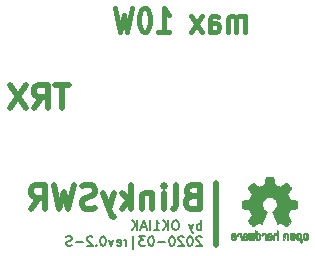
<source format=gbo>
G04 #@! TF.GenerationSoftware,KiCad,Pcbnew,5.1.5+dfsg1-2*
G04 #@! TF.CreationDate,2020-03-14T19:30:30+01:00*
G04 #@! TF.ProjectId,BlinkySWR-0.2-S,426c696e-6b79-4535-9752-2d302e322d53,rev?*
G04 #@! TF.SameCoordinates,Original*
G04 #@! TF.FileFunction,Legend,Bot*
G04 #@! TF.FilePolarity,Positive*
%FSLAX46Y46*%
G04 Gerber Fmt 4.6, Leading zero omitted, Abs format (unit mm)*
G04 Created by KiCad (PCBNEW 5.1.5+dfsg1-2) date 2020-03-14 19:30:30*
%MOMM*%
%LPD*%
G04 APERTURE LIST*
%ADD10C,0.400000*%
%ADD11C,0.500000*%
%ADD12C,0.150000*%
%ADD13C,0.010000*%
G04 APERTURE END LIST*
D10*
X29423809Y11095238D02*
X29423809Y12428571D01*
X29423809Y12238095D02*
X29342857Y12333333D01*
X29180952Y12428571D01*
X28938095Y12428571D01*
X28776190Y12333333D01*
X28695238Y12142857D01*
X28695238Y11095238D01*
X28695238Y12142857D02*
X28614285Y12333333D01*
X28452380Y12428571D01*
X28209523Y12428571D01*
X28047619Y12333333D01*
X27966666Y12142857D01*
X27966666Y11095238D01*
X26428571Y11095238D02*
X26428571Y12142857D01*
X26509523Y12333333D01*
X26671428Y12428571D01*
X26995238Y12428571D01*
X27157142Y12333333D01*
X26428571Y11190476D02*
X26590476Y11095238D01*
X26995238Y11095238D01*
X27157142Y11190476D01*
X27238095Y11380952D01*
X27238095Y11571428D01*
X27157142Y11761904D01*
X26995238Y11857142D01*
X26590476Y11857142D01*
X26428571Y11952380D01*
X25780952Y11095238D02*
X24890476Y12428571D01*
X25780952Y12428571D02*
X24890476Y11095238D01*
X22057142Y11095238D02*
X23028571Y11095238D01*
X22542857Y11095238D02*
X22542857Y13095238D01*
X22704761Y12809523D01*
X22866666Y12619047D01*
X23028571Y12523809D01*
X21004761Y13095238D02*
X20842857Y13095238D01*
X20680952Y13000000D01*
X20600000Y12904761D01*
X20519047Y12714285D01*
X20438095Y12333333D01*
X20438095Y11857142D01*
X20519047Y11476190D01*
X20600000Y11285714D01*
X20680952Y11190476D01*
X20842857Y11095238D01*
X21004761Y11095238D01*
X21166666Y11190476D01*
X21247619Y11285714D01*
X21328571Y11476190D01*
X21409523Y11857142D01*
X21409523Y12333333D01*
X21328571Y12714285D01*
X21247619Y12904761D01*
X21166666Y13000000D01*
X21004761Y13095238D01*
X19871428Y13095238D02*
X19466666Y11095238D01*
X19142857Y12523809D01*
X18819047Y11095238D01*
X18414285Y13095238D01*
D11*
X27000000Y-7000000D02*
X27000000Y-1750000D01*
X14523809Y6595238D02*
X13380952Y6595238D01*
X13952380Y4595238D02*
X13952380Y6595238D01*
X11571428Y4595238D02*
X12238095Y5547619D01*
X12714285Y4595238D02*
X12714285Y6595238D01*
X11952380Y6595238D01*
X11761904Y6500000D01*
X11666666Y6404761D01*
X11571428Y6214285D01*
X11571428Y5928571D01*
X11666666Y5738095D01*
X11761904Y5642857D01*
X11952380Y5547619D01*
X12714285Y5547619D01*
X10904761Y6595238D02*
X9571428Y4595238D01*
X9571428Y6595238D02*
X10904761Y4595238D01*
D12*
X25712023Y-5686904D02*
X25712023Y-4886904D01*
X25712023Y-5191666D02*
X25635833Y-5153571D01*
X25483452Y-5153571D01*
X25407261Y-5191666D01*
X25369166Y-5229761D01*
X25331071Y-5305952D01*
X25331071Y-5534523D01*
X25369166Y-5610714D01*
X25407261Y-5648809D01*
X25483452Y-5686904D01*
X25635833Y-5686904D01*
X25712023Y-5648809D01*
X25064404Y-5153571D02*
X24873928Y-5686904D01*
X24683452Y-5153571D02*
X24873928Y-5686904D01*
X24950119Y-5877380D01*
X24988214Y-5915476D01*
X25064404Y-5953571D01*
X23616785Y-4886904D02*
X23464404Y-4886904D01*
X23388214Y-4925000D01*
X23312023Y-5001190D01*
X23273928Y-5153571D01*
X23273928Y-5420238D01*
X23312023Y-5572619D01*
X23388214Y-5648809D01*
X23464404Y-5686904D01*
X23616785Y-5686904D01*
X23692976Y-5648809D01*
X23769166Y-5572619D01*
X23807261Y-5420238D01*
X23807261Y-5153571D01*
X23769166Y-5001190D01*
X23692976Y-4925000D01*
X23616785Y-4886904D01*
X22931071Y-5686904D02*
X22931071Y-4886904D01*
X22473928Y-5686904D02*
X22816785Y-5229761D01*
X22473928Y-4886904D02*
X22931071Y-5344047D01*
X21712023Y-5686904D02*
X22169166Y-5686904D01*
X21940595Y-5686904D02*
X21940595Y-4886904D01*
X22016785Y-5001190D01*
X22092976Y-5077380D01*
X22169166Y-5115476D01*
X21369166Y-5686904D02*
X21369166Y-4886904D01*
X21026309Y-5458333D02*
X20645357Y-5458333D01*
X21102500Y-5686904D02*
X20835833Y-4886904D01*
X20569166Y-5686904D01*
X20302500Y-5686904D02*
X20302500Y-4886904D01*
X19845357Y-5686904D02*
X20188214Y-5229761D01*
X19845357Y-4886904D02*
X20302500Y-5344047D01*
X25750119Y-6313095D02*
X25712023Y-6275000D01*
X25635833Y-6236904D01*
X25445357Y-6236904D01*
X25369166Y-6275000D01*
X25331071Y-6313095D01*
X25292976Y-6389285D01*
X25292976Y-6465476D01*
X25331071Y-6579761D01*
X25788214Y-7036904D01*
X25292976Y-7036904D01*
X24797738Y-6236904D02*
X24721547Y-6236904D01*
X24645357Y-6275000D01*
X24607261Y-6313095D01*
X24569166Y-6389285D01*
X24531071Y-6541666D01*
X24531071Y-6732142D01*
X24569166Y-6884523D01*
X24607261Y-6960714D01*
X24645357Y-6998809D01*
X24721547Y-7036904D01*
X24797738Y-7036904D01*
X24873928Y-6998809D01*
X24912023Y-6960714D01*
X24950119Y-6884523D01*
X24988214Y-6732142D01*
X24988214Y-6541666D01*
X24950119Y-6389285D01*
X24912023Y-6313095D01*
X24873928Y-6275000D01*
X24797738Y-6236904D01*
X24226309Y-6313095D02*
X24188214Y-6275000D01*
X24112023Y-6236904D01*
X23921547Y-6236904D01*
X23845357Y-6275000D01*
X23807261Y-6313095D01*
X23769166Y-6389285D01*
X23769166Y-6465476D01*
X23807261Y-6579761D01*
X24264404Y-7036904D01*
X23769166Y-7036904D01*
X23273928Y-6236904D02*
X23197738Y-6236904D01*
X23121547Y-6275000D01*
X23083452Y-6313095D01*
X23045357Y-6389285D01*
X23007261Y-6541666D01*
X23007261Y-6732142D01*
X23045357Y-6884523D01*
X23083452Y-6960714D01*
X23121547Y-6998809D01*
X23197738Y-7036904D01*
X23273928Y-7036904D01*
X23350119Y-6998809D01*
X23388214Y-6960714D01*
X23426309Y-6884523D01*
X23464404Y-6732142D01*
X23464404Y-6541666D01*
X23426309Y-6389285D01*
X23388214Y-6313095D01*
X23350119Y-6275000D01*
X23273928Y-6236904D01*
X22664404Y-6732142D02*
X22054880Y-6732142D01*
X21521547Y-6236904D02*
X21445357Y-6236904D01*
X21369166Y-6275000D01*
X21331071Y-6313095D01*
X21292976Y-6389285D01*
X21254880Y-6541666D01*
X21254880Y-6732142D01*
X21292976Y-6884523D01*
X21331071Y-6960714D01*
X21369166Y-6998809D01*
X21445357Y-7036904D01*
X21521547Y-7036904D01*
X21597738Y-6998809D01*
X21635833Y-6960714D01*
X21673928Y-6884523D01*
X21712023Y-6732142D01*
X21712023Y-6541666D01*
X21673928Y-6389285D01*
X21635833Y-6313095D01*
X21597738Y-6275000D01*
X21521547Y-6236904D01*
X20988214Y-6236904D02*
X20492976Y-6236904D01*
X20759642Y-6541666D01*
X20645357Y-6541666D01*
X20569166Y-6579761D01*
X20531071Y-6617857D01*
X20492976Y-6694047D01*
X20492976Y-6884523D01*
X20531071Y-6960714D01*
X20569166Y-6998809D01*
X20645357Y-7036904D01*
X20873928Y-7036904D01*
X20950119Y-6998809D01*
X20988214Y-6960714D01*
X19959642Y-7303571D02*
X19959642Y-6160714D01*
X19388214Y-7036904D02*
X19388214Y-6503571D01*
X19388214Y-6655952D02*
X19350119Y-6579761D01*
X19312023Y-6541666D01*
X19235833Y-6503571D01*
X19159642Y-6503571D01*
X18588214Y-6998809D02*
X18664404Y-7036904D01*
X18816785Y-7036904D01*
X18892976Y-6998809D01*
X18931071Y-6922619D01*
X18931071Y-6617857D01*
X18892976Y-6541666D01*
X18816785Y-6503571D01*
X18664404Y-6503571D01*
X18588214Y-6541666D01*
X18550119Y-6617857D01*
X18550119Y-6694047D01*
X18931071Y-6770238D01*
X18283452Y-6503571D02*
X18092976Y-7036904D01*
X17902500Y-6503571D01*
X17445357Y-6236904D02*
X17369166Y-6236904D01*
X17292976Y-6275000D01*
X17254880Y-6313095D01*
X17216785Y-6389285D01*
X17178690Y-6541666D01*
X17178690Y-6732142D01*
X17216785Y-6884523D01*
X17254880Y-6960714D01*
X17292976Y-6998809D01*
X17369166Y-7036904D01*
X17445357Y-7036904D01*
X17521547Y-6998809D01*
X17559642Y-6960714D01*
X17597738Y-6884523D01*
X17635833Y-6732142D01*
X17635833Y-6541666D01*
X17597738Y-6389285D01*
X17559642Y-6313095D01*
X17521547Y-6275000D01*
X17445357Y-6236904D01*
X16835833Y-6960714D02*
X16797738Y-6998809D01*
X16835833Y-7036904D01*
X16873928Y-6998809D01*
X16835833Y-6960714D01*
X16835833Y-7036904D01*
X16492976Y-6313095D02*
X16454880Y-6275000D01*
X16378690Y-6236904D01*
X16188214Y-6236904D01*
X16112023Y-6275000D01*
X16073928Y-6313095D01*
X16035833Y-6389285D01*
X16035833Y-6465476D01*
X16073928Y-6579761D01*
X16531071Y-7036904D01*
X16035833Y-7036904D01*
X15692976Y-6732142D02*
X15083452Y-6732142D01*
X14740595Y-6998809D02*
X14626309Y-7036904D01*
X14435833Y-7036904D01*
X14359642Y-6998809D01*
X14321547Y-6960714D01*
X14283452Y-6884523D01*
X14283452Y-6808333D01*
X14321547Y-6732142D01*
X14359642Y-6694047D01*
X14435833Y-6655952D01*
X14588214Y-6617857D01*
X14664404Y-6579761D01*
X14702500Y-6541666D01*
X14740595Y-6465476D01*
X14740595Y-6389285D01*
X14702500Y-6313095D01*
X14664404Y-6275000D01*
X14588214Y-6236904D01*
X14397738Y-6236904D01*
X14283452Y-6275000D01*
D11*
X24928571Y-2857142D02*
X24642857Y-2952380D01*
X24547619Y-3047619D01*
X24452380Y-3238095D01*
X24452380Y-3523809D01*
X24547619Y-3714285D01*
X24642857Y-3809523D01*
X24833333Y-3904761D01*
X25595238Y-3904761D01*
X25595238Y-1904761D01*
X24928571Y-1904761D01*
X24738095Y-2000000D01*
X24642857Y-2095238D01*
X24547619Y-2285714D01*
X24547619Y-2476190D01*
X24642857Y-2666666D01*
X24738095Y-2761904D01*
X24928571Y-2857142D01*
X25595238Y-2857142D01*
X23309523Y-3904761D02*
X23500000Y-3809523D01*
X23595238Y-3619047D01*
X23595238Y-1904761D01*
X22547619Y-3904761D02*
X22547619Y-2571428D01*
X22547619Y-1904761D02*
X22642857Y-2000000D01*
X22547619Y-2095238D01*
X22452380Y-2000000D01*
X22547619Y-1904761D01*
X22547619Y-2095238D01*
X21595238Y-2571428D02*
X21595238Y-3904761D01*
X21595238Y-2761904D02*
X21500000Y-2666666D01*
X21309523Y-2571428D01*
X21023809Y-2571428D01*
X20833333Y-2666666D01*
X20738095Y-2857142D01*
X20738095Y-3904761D01*
X19785714Y-3904761D02*
X19785714Y-1904761D01*
X19595238Y-3142857D02*
X19023809Y-3904761D01*
X19023809Y-2571428D02*
X19785714Y-3333333D01*
X18357142Y-2571428D02*
X17880952Y-3904761D01*
X17404761Y-2571428D02*
X17880952Y-3904761D01*
X18071428Y-4380952D01*
X18166666Y-4476190D01*
X18357142Y-4571428D01*
X16738095Y-3809523D02*
X16452380Y-3904761D01*
X15976190Y-3904761D01*
X15785714Y-3809523D01*
X15690476Y-3714285D01*
X15595238Y-3523809D01*
X15595238Y-3333333D01*
X15690476Y-3142857D01*
X15785714Y-3047619D01*
X15976190Y-2952380D01*
X16357142Y-2857142D01*
X16547619Y-2761904D01*
X16642857Y-2666666D01*
X16738095Y-2476190D01*
X16738095Y-2285714D01*
X16642857Y-2095238D01*
X16547619Y-2000000D01*
X16357142Y-1904761D01*
X15880952Y-1904761D01*
X15595238Y-2000000D01*
X14928571Y-1904761D02*
X14452380Y-3904761D01*
X14071428Y-2476190D01*
X13690476Y-3904761D01*
X13214285Y-1904761D01*
X11309523Y-3904761D02*
X11976190Y-2952380D01*
X12452380Y-3904761D02*
X12452380Y-1904761D01*
X11690476Y-1904761D01*
X11500000Y-2000000D01*
X11404761Y-2095238D01*
X11309523Y-2285714D01*
X11309523Y-2571428D01*
X11404761Y-2761904D01*
X11500000Y-2857142D01*
X11690476Y-2952380D01*
X12452380Y-2952380D01*
D13*
G36*
X31396090Y-1242348D02*
G01*
X31317546Y-1242778D01*
X31260702Y-1243942D01*
X31221895Y-1246207D01*
X31197462Y-1249940D01*
X31183738Y-1255506D01*
X31177060Y-1263273D01*
X31173764Y-1273605D01*
X31173444Y-1274943D01*
X31168438Y-1299079D01*
X31159171Y-1346701D01*
X31146608Y-1412741D01*
X31131713Y-1492128D01*
X31115449Y-1579796D01*
X31114881Y-1582875D01*
X31098590Y-1668789D01*
X31083348Y-1744696D01*
X31070139Y-1806045D01*
X31059946Y-1848282D01*
X31053752Y-1866855D01*
X31053457Y-1867184D01*
X31035212Y-1876253D01*
X30997595Y-1891367D01*
X30948729Y-1909262D01*
X30948457Y-1909358D01*
X30886907Y-1932493D01*
X30814343Y-1961965D01*
X30745943Y-1991597D01*
X30742706Y-1993062D01*
X30631298Y-2043626D01*
X30384601Y-1875160D01*
X30308923Y-1823803D01*
X30240369Y-1777889D01*
X30182912Y-1740030D01*
X30140524Y-1712837D01*
X30117175Y-1698921D01*
X30114958Y-1697889D01*
X30097990Y-1702484D01*
X30066299Y-1724655D01*
X30018648Y-1765447D01*
X29953802Y-1825905D01*
X29887603Y-1890227D01*
X29823786Y-1953612D01*
X29766671Y-2011451D01*
X29719695Y-2060175D01*
X29686297Y-2096210D01*
X29669915Y-2115984D01*
X29669306Y-2117002D01*
X29667495Y-2130572D01*
X29674317Y-2152733D01*
X29691460Y-2186478D01*
X29720607Y-2234800D01*
X29763445Y-2300692D01*
X29820552Y-2385517D01*
X29871234Y-2460177D01*
X29916539Y-2527140D01*
X29953850Y-2582516D01*
X29980548Y-2622420D01*
X29994015Y-2642962D01*
X29994863Y-2644356D01*
X29993219Y-2664038D01*
X29980755Y-2702293D01*
X29959952Y-2751889D01*
X29952538Y-2767728D01*
X29920186Y-2838290D01*
X29885672Y-2918353D01*
X29857635Y-2987629D01*
X29837432Y-3039045D01*
X29821385Y-3078119D01*
X29812112Y-3098541D01*
X29810959Y-3100114D01*
X29793904Y-3102721D01*
X29753702Y-3109863D01*
X29695698Y-3120523D01*
X29625237Y-3133685D01*
X29547665Y-3148333D01*
X29468328Y-3163449D01*
X29392569Y-3178018D01*
X29325736Y-3191022D01*
X29273172Y-3201445D01*
X29240224Y-3208270D01*
X29232143Y-3210199D01*
X29223795Y-3214962D01*
X29217494Y-3225718D01*
X29212955Y-3246098D01*
X29209896Y-3279734D01*
X29208033Y-3330255D01*
X29207082Y-3401292D01*
X29206760Y-3496476D01*
X29206743Y-3535492D01*
X29206743Y-3852799D01*
X29282943Y-3867839D01*
X29325337Y-3875995D01*
X29388600Y-3887899D01*
X29465038Y-3902116D01*
X29546957Y-3917210D01*
X29569600Y-3921355D01*
X29645194Y-3936053D01*
X29711047Y-3950505D01*
X29761634Y-3963375D01*
X29791426Y-3973322D01*
X29796388Y-3976287D01*
X29808574Y-3997283D01*
X29826047Y-4037967D01*
X29845423Y-4090322D01*
X29849266Y-4101600D01*
X29874661Y-4171523D01*
X29906183Y-4250418D01*
X29937031Y-4321266D01*
X29937183Y-4321595D01*
X29988553Y-4432733D01*
X29819601Y-4681253D01*
X29650648Y-4929772D01*
X29867571Y-5147058D01*
X29933181Y-5211726D01*
X29993021Y-5268733D01*
X30043733Y-5315033D01*
X30081954Y-5347584D01*
X30104325Y-5363343D01*
X30107534Y-5364343D01*
X30126374Y-5356469D01*
X30164820Y-5334578D01*
X30218670Y-5301267D01*
X30283724Y-5259131D01*
X30354060Y-5211943D01*
X30425445Y-5163810D01*
X30489092Y-5121928D01*
X30540959Y-5088871D01*
X30577005Y-5067218D01*
X30593133Y-5059543D01*
X30612811Y-5066037D01*
X30650125Y-5083150D01*
X30697379Y-5107326D01*
X30702388Y-5110013D01*
X30766023Y-5141927D01*
X30809659Y-5157579D01*
X30836798Y-5157745D01*
X30850943Y-5143204D01*
X30851025Y-5143000D01*
X30858095Y-5125779D01*
X30874958Y-5084899D01*
X30900305Y-5023525D01*
X30932829Y-4944819D01*
X30971222Y-4851947D01*
X31014178Y-4748072D01*
X31055778Y-4647502D01*
X31101496Y-4536516D01*
X31143474Y-4433703D01*
X31180452Y-4342215D01*
X31211173Y-4265201D01*
X31234378Y-4205815D01*
X31248810Y-4167209D01*
X31253257Y-4152800D01*
X31242104Y-4136272D01*
X31212931Y-4109930D01*
X31174029Y-4080887D01*
X31063243Y-3989039D01*
X30976649Y-3883759D01*
X30915284Y-3767266D01*
X30880185Y-3641776D01*
X30872392Y-3509507D01*
X30878057Y-3448457D01*
X30908922Y-3321795D01*
X30962080Y-3209941D01*
X31034233Y-3114001D01*
X31122083Y-3035076D01*
X31222335Y-2974270D01*
X31331690Y-2932687D01*
X31446853Y-2911428D01*
X31564525Y-2911599D01*
X31681410Y-2934301D01*
X31794211Y-2980638D01*
X31899631Y-3051713D01*
X31943632Y-3091911D01*
X32028021Y-3195129D01*
X32086778Y-3307925D01*
X32120296Y-3427010D01*
X32128965Y-3549095D01*
X32113177Y-3670893D01*
X32073322Y-3789116D01*
X32009793Y-3900475D01*
X31922979Y-4001684D01*
X31825971Y-4080887D01*
X31785563Y-4111162D01*
X31757018Y-4137219D01*
X31746743Y-4152825D01*
X31752123Y-4169843D01*
X31767425Y-4210500D01*
X31791388Y-4271642D01*
X31822756Y-4350119D01*
X31860268Y-4442780D01*
X31902667Y-4546472D01*
X31944337Y-4647526D01*
X31990310Y-4758607D01*
X32032893Y-4861541D01*
X32070779Y-4953165D01*
X32102660Y-5030316D01*
X32127229Y-5089831D01*
X32143180Y-5128544D01*
X32149090Y-5143000D01*
X32163052Y-5157685D01*
X32190060Y-5157642D01*
X32233587Y-5142099D01*
X32297110Y-5110284D01*
X32297612Y-5110013D01*
X32345440Y-5085323D01*
X32384103Y-5067338D01*
X32405905Y-5059614D01*
X32406867Y-5059543D01*
X32423279Y-5067378D01*
X32459513Y-5089165D01*
X32511526Y-5122328D01*
X32575275Y-5164291D01*
X32645940Y-5211943D01*
X32717884Y-5260191D01*
X32782726Y-5302151D01*
X32836265Y-5335227D01*
X32874303Y-5356821D01*
X32892467Y-5364343D01*
X32909192Y-5354457D01*
X32942820Y-5326826D01*
X32989990Y-5284495D01*
X33047342Y-5230505D01*
X33111516Y-5167899D01*
X33132503Y-5146983D01*
X33349501Y-4929623D01*
X33184332Y-4687220D01*
X33134136Y-4612781D01*
X33090081Y-4545972D01*
X33054638Y-4490665D01*
X33030281Y-4450729D01*
X33019478Y-4430036D01*
X33019162Y-4428563D01*
X33024857Y-4409058D01*
X33040174Y-4369822D01*
X33062463Y-4317430D01*
X33078107Y-4282355D01*
X33107359Y-4215201D01*
X33134906Y-4147358D01*
X33156263Y-4090034D01*
X33162065Y-4072572D01*
X33178548Y-4025938D01*
X33194660Y-3989905D01*
X33203510Y-3976287D01*
X33223040Y-3967952D01*
X33265666Y-3956137D01*
X33325855Y-3942181D01*
X33398078Y-3927422D01*
X33430400Y-3921355D01*
X33512478Y-3906273D01*
X33591205Y-3891669D01*
X33658891Y-3878980D01*
X33707840Y-3869642D01*
X33717057Y-3867839D01*
X33793257Y-3852799D01*
X33793257Y-3535492D01*
X33793086Y-3431154D01*
X33792384Y-3352213D01*
X33790866Y-3295038D01*
X33788251Y-3255999D01*
X33784254Y-3231465D01*
X33778591Y-3217805D01*
X33770980Y-3211389D01*
X33767857Y-3210199D01*
X33749022Y-3205980D01*
X33707412Y-3197562D01*
X33648370Y-3185961D01*
X33577243Y-3172195D01*
X33499375Y-3157280D01*
X33420113Y-3142232D01*
X33344802Y-3128069D01*
X33278787Y-3115806D01*
X33227413Y-3106461D01*
X33196025Y-3101050D01*
X33189041Y-3100114D01*
X33182715Y-3087596D01*
X33168710Y-3054246D01*
X33149645Y-3006377D01*
X33142366Y-2987629D01*
X33113004Y-2915195D01*
X33078429Y-2835170D01*
X33047463Y-2767728D01*
X33024677Y-2716159D01*
X33009518Y-2673785D01*
X33004458Y-2647834D01*
X33005264Y-2644356D01*
X33015959Y-2627936D01*
X33040380Y-2591417D01*
X33075905Y-2538687D01*
X33119913Y-2473635D01*
X33169783Y-2400151D01*
X33179644Y-2385645D01*
X33237508Y-2299704D01*
X33280044Y-2234261D01*
X33308946Y-2186304D01*
X33325910Y-2152820D01*
X33332633Y-2130795D01*
X33330810Y-2117217D01*
X33330764Y-2117131D01*
X33316414Y-2099297D01*
X33284677Y-2064817D01*
X33238990Y-2017268D01*
X33182796Y-1960222D01*
X33119532Y-1897255D01*
X33112398Y-1890227D01*
X33032670Y-1813020D01*
X32971143Y-1756330D01*
X32926579Y-1719110D01*
X32897743Y-1700315D01*
X32885042Y-1697889D01*
X32866506Y-1708471D01*
X32828039Y-1732916D01*
X32773614Y-1768612D01*
X32707202Y-1812947D01*
X32632775Y-1863311D01*
X32615399Y-1875160D01*
X32368703Y-2043626D01*
X32257294Y-1993062D01*
X32189543Y-1963595D01*
X32116817Y-1933959D01*
X32054297Y-1910330D01*
X32051543Y-1909358D01*
X32002640Y-1891457D01*
X31964943Y-1876320D01*
X31946575Y-1867210D01*
X31946544Y-1867184D01*
X31940715Y-1850717D01*
X31930808Y-1810219D01*
X31917805Y-1750242D01*
X31902691Y-1675340D01*
X31886448Y-1590064D01*
X31885119Y-1582875D01*
X31868825Y-1495014D01*
X31853867Y-1415260D01*
X31841209Y-1348681D01*
X31831814Y-1300347D01*
X31826646Y-1275325D01*
X31826556Y-1274943D01*
X31823411Y-1264299D01*
X31817296Y-1256262D01*
X31804547Y-1250467D01*
X31781500Y-1246547D01*
X31744491Y-1244135D01*
X31689856Y-1242865D01*
X31613933Y-1242371D01*
X31513056Y-1242286D01*
X31500000Y-1242286D01*
X31396090Y-1242348D01*
G37*
X31396090Y-1242348D02*
X31317546Y-1242778D01*
X31260702Y-1243942D01*
X31221895Y-1246207D01*
X31197462Y-1249940D01*
X31183738Y-1255506D01*
X31177060Y-1263273D01*
X31173764Y-1273605D01*
X31173444Y-1274943D01*
X31168438Y-1299079D01*
X31159171Y-1346701D01*
X31146608Y-1412741D01*
X31131713Y-1492128D01*
X31115449Y-1579796D01*
X31114881Y-1582875D01*
X31098590Y-1668789D01*
X31083348Y-1744696D01*
X31070139Y-1806045D01*
X31059946Y-1848282D01*
X31053752Y-1866855D01*
X31053457Y-1867184D01*
X31035212Y-1876253D01*
X30997595Y-1891367D01*
X30948729Y-1909262D01*
X30948457Y-1909358D01*
X30886907Y-1932493D01*
X30814343Y-1961965D01*
X30745943Y-1991597D01*
X30742706Y-1993062D01*
X30631298Y-2043626D01*
X30384601Y-1875160D01*
X30308923Y-1823803D01*
X30240369Y-1777889D01*
X30182912Y-1740030D01*
X30140524Y-1712837D01*
X30117175Y-1698921D01*
X30114958Y-1697889D01*
X30097990Y-1702484D01*
X30066299Y-1724655D01*
X30018648Y-1765447D01*
X29953802Y-1825905D01*
X29887603Y-1890227D01*
X29823786Y-1953612D01*
X29766671Y-2011451D01*
X29719695Y-2060175D01*
X29686297Y-2096210D01*
X29669915Y-2115984D01*
X29669306Y-2117002D01*
X29667495Y-2130572D01*
X29674317Y-2152733D01*
X29691460Y-2186478D01*
X29720607Y-2234800D01*
X29763445Y-2300692D01*
X29820552Y-2385517D01*
X29871234Y-2460177D01*
X29916539Y-2527140D01*
X29953850Y-2582516D01*
X29980548Y-2622420D01*
X29994015Y-2642962D01*
X29994863Y-2644356D01*
X29993219Y-2664038D01*
X29980755Y-2702293D01*
X29959952Y-2751889D01*
X29952538Y-2767728D01*
X29920186Y-2838290D01*
X29885672Y-2918353D01*
X29857635Y-2987629D01*
X29837432Y-3039045D01*
X29821385Y-3078119D01*
X29812112Y-3098541D01*
X29810959Y-3100114D01*
X29793904Y-3102721D01*
X29753702Y-3109863D01*
X29695698Y-3120523D01*
X29625237Y-3133685D01*
X29547665Y-3148333D01*
X29468328Y-3163449D01*
X29392569Y-3178018D01*
X29325736Y-3191022D01*
X29273172Y-3201445D01*
X29240224Y-3208270D01*
X29232143Y-3210199D01*
X29223795Y-3214962D01*
X29217494Y-3225718D01*
X29212955Y-3246098D01*
X29209896Y-3279734D01*
X29208033Y-3330255D01*
X29207082Y-3401292D01*
X29206760Y-3496476D01*
X29206743Y-3535492D01*
X29206743Y-3852799D01*
X29282943Y-3867839D01*
X29325337Y-3875995D01*
X29388600Y-3887899D01*
X29465038Y-3902116D01*
X29546957Y-3917210D01*
X29569600Y-3921355D01*
X29645194Y-3936053D01*
X29711047Y-3950505D01*
X29761634Y-3963375D01*
X29791426Y-3973322D01*
X29796388Y-3976287D01*
X29808574Y-3997283D01*
X29826047Y-4037967D01*
X29845423Y-4090322D01*
X29849266Y-4101600D01*
X29874661Y-4171523D01*
X29906183Y-4250418D01*
X29937031Y-4321266D01*
X29937183Y-4321595D01*
X29988553Y-4432733D01*
X29819601Y-4681253D01*
X29650648Y-4929772D01*
X29867571Y-5147058D01*
X29933181Y-5211726D01*
X29993021Y-5268733D01*
X30043733Y-5315033D01*
X30081954Y-5347584D01*
X30104325Y-5363343D01*
X30107534Y-5364343D01*
X30126374Y-5356469D01*
X30164820Y-5334578D01*
X30218670Y-5301267D01*
X30283724Y-5259131D01*
X30354060Y-5211943D01*
X30425445Y-5163810D01*
X30489092Y-5121928D01*
X30540959Y-5088871D01*
X30577005Y-5067218D01*
X30593133Y-5059543D01*
X30612811Y-5066037D01*
X30650125Y-5083150D01*
X30697379Y-5107326D01*
X30702388Y-5110013D01*
X30766023Y-5141927D01*
X30809659Y-5157579D01*
X30836798Y-5157745D01*
X30850943Y-5143204D01*
X30851025Y-5143000D01*
X30858095Y-5125779D01*
X30874958Y-5084899D01*
X30900305Y-5023525D01*
X30932829Y-4944819D01*
X30971222Y-4851947D01*
X31014178Y-4748072D01*
X31055778Y-4647502D01*
X31101496Y-4536516D01*
X31143474Y-4433703D01*
X31180452Y-4342215D01*
X31211173Y-4265201D01*
X31234378Y-4205815D01*
X31248810Y-4167209D01*
X31253257Y-4152800D01*
X31242104Y-4136272D01*
X31212931Y-4109930D01*
X31174029Y-4080887D01*
X31063243Y-3989039D01*
X30976649Y-3883759D01*
X30915284Y-3767266D01*
X30880185Y-3641776D01*
X30872392Y-3509507D01*
X30878057Y-3448457D01*
X30908922Y-3321795D01*
X30962080Y-3209941D01*
X31034233Y-3114001D01*
X31122083Y-3035076D01*
X31222335Y-2974270D01*
X31331690Y-2932687D01*
X31446853Y-2911428D01*
X31564525Y-2911599D01*
X31681410Y-2934301D01*
X31794211Y-2980638D01*
X31899631Y-3051713D01*
X31943632Y-3091911D01*
X32028021Y-3195129D01*
X32086778Y-3307925D01*
X32120296Y-3427010D01*
X32128965Y-3549095D01*
X32113177Y-3670893D01*
X32073322Y-3789116D01*
X32009793Y-3900475D01*
X31922979Y-4001684D01*
X31825971Y-4080887D01*
X31785563Y-4111162D01*
X31757018Y-4137219D01*
X31746743Y-4152825D01*
X31752123Y-4169843D01*
X31767425Y-4210500D01*
X31791388Y-4271642D01*
X31822756Y-4350119D01*
X31860268Y-4442780D01*
X31902667Y-4546472D01*
X31944337Y-4647526D01*
X31990310Y-4758607D01*
X32032893Y-4861541D01*
X32070779Y-4953165D01*
X32102660Y-5030316D01*
X32127229Y-5089831D01*
X32143180Y-5128544D01*
X32149090Y-5143000D01*
X32163052Y-5157685D01*
X32190060Y-5157642D01*
X32233587Y-5142099D01*
X32297110Y-5110284D01*
X32297612Y-5110013D01*
X32345440Y-5085323D01*
X32384103Y-5067338D01*
X32405905Y-5059614D01*
X32406867Y-5059543D01*
X32423279Y-5067378D01*
X32459513Y-5089165D01*
X32511526Y-5122328D01*
X32575275Y-5164291D01*
X32645940Y-5211943D01*
X32717884Y-5260191D01*
X32782726Y-5302151D01*
X32836265Y-5335227D01*
X32874303Y-5356821D01*
X32892467Y-5364343D01*
X32909192Y-5354457D01*
X32942820Y-5326826D01*
X32989990Y-5284495D01*
X33047342Y-5230505D01*
X33111516Y-5167899D01*
X33132503Y-5146983D01*
X33349501Y-4929623D01*
X33184332Y-4687220D01*
X33134136Y-4612781D01*
X33090081Y-4545972D01*
X33054638Y-4490665D01*
X33030281Y-4450729D01*
X33019478Y-4430036D01*
X33019162Y-4428563D01*
X33024857Y-4409058D01*
X33040174Y-4369822D01*
X33062463Y-4317430D01*
X33078107Y-4282355D01*
X33107359Y-4215201D01*
X33134906Y-4147358D01*
X33156263Y-4090034D01*
X33162065Y-4072572D01*
X33178548Y-4025938D01*
X33194660Y-3989905D01*
X33203510Y-3976287D01*
X33223040Y-3967952D01*
X33265666Y-3956137D01*
X33325855Y-3942181D01*
X33398078Y-3927422D01*
X33430400Y-3921355D01*
X33512478Y-3906273D01*
X33591205Y-3891669D01*
X33658891Y-3878980D01*
X33707840Y-3869642D01*
X33717057Y-3867839D01*
X33793257Y-3852799D01*
X33793257Y-3535492D01*
X33793086Y-3431154D01*
X33792384Y-3352213D01*
X33790866Y-3295038D01*
X33788251Y-3255999D01*
X33784254Y-3231465D01*
X33778591Y-3217805D01*
X33770980Y-3211389D01*
X33767857Y-3210199D01*
X33749022Y-3205980D01*
X33707412Y-3197562D01*
X33648370Y-3185961D01*
X33577243Y-3172195D01*
X33499375Y-3157280D01*
X33420113Y-3142232D01*
X33344802Y-3128069D01*
X33278787Y-3115806D01*
X33227413Y-3106461D01*
X33196025Y-3101050D01*
X33189041Y-3100114D01*
X33182715Y-3087596D01*
X33168710Y-3054246D01*
X33149645Y-3006377D01*
X33142366Y-2987629D01*
X33113004Y-2915195D01*
X33078429Y-2835170D01*
X33047463Y-2767728D01*
X33024677Y-2716159D01*
X33009518Y-2673785D01*
X33004458Y-2647834D01*
X33005264Y-2644356D01*
X33015959Y-2627936D01*
X33040380Y-2591417D01*
X33075905Y-2538687D01*
X33119913Y-2473635D01*
X33169783Y-2400151D01*
X33179644Y-2385645D01*
X33237508Y-2299704D01*
X33280044Y-2234261D01*
X33308946Y-2186304D01*
X33325910Y-2152820D01*
X33332633Y-2130795D01*
X33330810Y-2117217D01*
X33330764Y-2117131D01*
X33316414Y-2099297D01*
X33284677Y-2064817D01*
X33238990Y-2017268D01*
X33182796Y-1960222D01*
X33119532Y-1897255D01*
X33112398Y-1890227D01*
X33032670Y-1813020D01*
X32971143Y-1756330D01*
X32926579Y-1719110D01*
X32897743Y-1700315D01*
X32885042Y-1697889D01*
X32866506Y-1708471D01*
X32828039Y-1732916D01*
X32773614Y-1768612D01*
X32707202Y-1812947D01*
X32632775Y-1863311D01*
X32615399Y-1875160D01*
X32368703Y-2043626D01*
X32257294Y-1993062D01*
X32189543Y-1963595D01*
X32116817Y-1933959D01*
X32054297Y-1910330D01*
X32051543Y-1909358D01*
X32002640Y-1891457D01*
X31964943Y-1876320D01*
X31946575Y-1867210D01*
X31946544Y-1867184D01*
X31940715Y-1850717D01*
X31930808Y-1810219D01*
X31917805Y-1750242D01*
X31902691Y-1675340D01*
X31886448Y-1590064D01*
X31885119Y-1582875D01*
X31868825Y-1495014D01*
X31853867Y-1415260D01*
X31841209Y-1348681D01*
X31831814Y-1300347D01*
X31826646Y-1275325D01*
X31826556Y-1274943D01*
X31823411Y-1264299D01*
X31817296Y-1256262D01*
X31804547Y-1250467D01*
X31781500Y-1246547D01*
X31744491Y-1244135D01*
X31689856Y-1242865D01*
X31613933Y-1242371D01*
X31513056Y-1242286D01*
X31500000Y-1242286D01*
X31396090Y-1242348D01*
G36*
X28346405Y-5966966D02*
G01*
X28288979Y-6004497D01*
X28261281Y-6038096D01*
X28239338Y-6099064D01*
X28237595Y-6147308D01*
X28241543Y-6211816D01*
X28390314Y-6276934D01*
X28462651Y-6310202D01*
X28509916Y-6336964D01*
X28534493Y-6360144D01*
X28538763Y-6382667D01*
X28525111Y-6407455D01*
X28510057Y-6423886D01*
X28466254Y-6450235D01*
X28418611Y-6452081D01*
X28374855Y-6431546D01*
X28342711Y-6390752D01*
X28336962Y-6376347D01*
X28309424Y-6331356D01*
X28277742Y-6312182D01*
X28234286Y-6295779D01*
X28234286Y-6357966D01*
X28238128Y-6400283D01*
X28253177Y-6435969D01*
X28284720Y-6476943D01*
X28289408Y-6482267D01*
X28324494Y-6518720D01*
X28354653Y-6538283D01*
X28392385Y-6547283D01*
X28423665Y-6550230D01*
X28479615Y-6550965D01*
X28519445Y-6541660D01*
X28544292Y-6527846D01*
X28583344Y-6497467D01*
X28610375Y-6464613D01*
X28627483Y-6423294D01*
X28636762Y-6367521D01*
X28640307Y-6291305D01*
X28640590Y-6252622D01*
X28639628Y-6206247D01*
X28551993Y-6206247D01*
X28550977Y-6231126D01*
X28548444Y-6235200D01*
X28531726Y-6229665D01*
X28495751Y-6215017D01*
X28447669Y-6194190D01*
X28437614Y-6189714D01*
X28376848Y-6158814D01*
X28343368Y-6131657D01*
X28336010Y-6106220D01*
X28353609Y-6080481D01*
X28368144Y-6069109D01*
X28420590Y-6046364D01*
X28469678Y-6050122D01*
X28510773Y-6077884D01*
X28539242Y-6127152D01*
X28548369Y-6166257D01*
X28551993Y-6206247D01*
X28639628Y-6206247D01*
X28638715Y-6162249D01*
X28631804Y-6095384D01*
X28618116Y-6046695D01*
X28595904Y-6010849D01*
X28563426Y-5982513D01*
X28549267Y-5973355D01*
X28484947Y-5949507D01*
X28414527Y-5948006D01*
X28346405Y-5966966D01*
G37*
X28346405Y-5966966D02*
X28288979Y-6004497D01*
X28261281Y-6038096D01*
X28239338Y-6099064D01*
X28237595Y-6147308D01*
X28241543Y-6211816D01*
X28390314Y-6276934D01*
X28462651Y-6310202D01*
X28509916Y-6336964D01*
X28534493Y-6360144D01*
X28538763Y-6382667D01*
X28525111Y-6407455D01*
X28510057Y-6423886D01*
X28466254Y-6450235D01*
X28418611Y-6452081D01*
X28374855Y-6431546D01*
X28342711Y-6390752D01*
X28336962Y-6376347D01*
X28309424Y-6331356D01*
X28277742Y-6312182D01*
X28234286Y-6295779D01*
X28234286Y-6357966D01*
X28238128Y-6400283D01*
X28253177Y-6435969D01*
X28284720Y-6476943D01*
X28289408Y-6482267D01*
X28324494Y-6518720D01*
X28354653Y-6538283D01*
X28392385Y-6547283D01*
X28423665Y-6550230D01*
X28479615Y-6550965D01*
X28519445Y-6541660D01*
X28544292Y-6527846D01*
X28583344Y-6497467D01*
X28610375Y-6464613D01*
X28627483Y-6423294D01*
X28636762Y-6367521D01*
X28640307Y-6291305D01*
X28640590Y-6252622D01*
X28639628Y-6206247D01*
X28551993Y-6206247D01*
X28550977Y-6231126D01*
X28548444Y-6235200D01*
X28531726Y-6229665D01*
X28495751Y-6215017D01*
X28447669Y-6194190D01*
X28437614Y-6189714D01*
X28376848Y-6158814D01*
X28343368Y-6131657D01*
X28336010Y-6106220D01*
X28353609Y-6080481D01*
X28368144Y-6069109D01*
X28420590Y-6046364D01*
X28469678Y-6050122D01*
X28510773Y-6077884D01*
X28539242Y-6127152D01*
X28548369Y-6166257D01*
X28551993Y-6206247D01*
X28639628Y-6206247D01*
X28638715Y-6162249D01*
X28631804Y-6095384D01*
X28618116Y-6046695D01*
X28595904Y-6010849D01*
X28563426Y-5982513D01*
X28549267Y-5973355D01*
X28484947Y-5949507D01*
X28414527Y-5948006D01*
X28346405Y-5966966D01*
G36*
X28847400Y-5958752D02*
G01*
X28830052Y-5966334D01*
X28788644Y-5999128D01*
X28753235Y-6046547D01*
X28731336Y-6097151D01*
X28727771Y-6122098D01*
X28739721Y-6156927D01*
X28765933Y-6175357D01*
X28794036Y-6186516D01*
X28806905Y-6188572D01*
X28813171Y-6173649D01*
X28825544Y-6141175D01*
X28830972Y-6126502D01*
X28861410Y-6075744D01*
X28905480Y-6050427D01*
X28961990Y-6051206D01*
X28966175Y-6052203D01*
X28996345Y-6066507D01*
X29018524Y-6094393D01*
X29033673Y-6139287D01*
X29042750Y-6204615D01*
X29046714Y-6293804D01*
X29047086Y-6341261D01*
X29047270Y-6416071D01*
X29048478Y-6467069D01*
X29051691Y-6499471D01*
X29057891Y-6518495D01*
X29068060Y-6529356D01*
X29083181Y-6537272D01*
X29084054Y-6537670D01*
X29113172Y-6549981D01*
X29127597Y-6554514D01*
X29129814Y-6540809D01*
X29131711Y-6502925D01*
X29133153Y-6445715D01*
X29134002Y-6374027D01*
X29134171Y-6321565D01*
X29133308Y-6220047D01*
X29129930Y-6143032D01*
X29122858Y-6086023D01*
X29110912Y-6044526D01*
X29092910Y-6014043D01*
X29067673Y-5990080D01*
X29042753Y-5973355D01*
X28982829Y-5951097D01*
X28913089Y-5946076D01*
X28847400Y-5958752D01*
G37*
X28847400Y-5958752D02*
X28830052Y-5966334D01*
X28788644Y-5999128D01*
X28753235Y-6046547D01*
X28731336Y-6097151D01*
X28727771Y-6122098D01*
X28739721Y-6156927D01*
X28765933Y-6175357D01*
X28794036Y-6186516D01*
X28806905Y-6188572D01*
X28813171Y-6173649D01*
X28825544Y-6141175D01*
X28830972Y-6126502D01*
X28861410Y-6075744D01*
X28905480Y-6050427D01*
X28961990Y-6051206D01*
X28966175Y-6052203D01*
X28996345Y-6066507D01*
X29018524Y-6094393D01*
X29033673Y-6139287D01*
X29042750Y-6204615D01*
X29046714Y-6293804D01*
X29047086Y-6341261D01*
X29047270Y-6416071D01*
X29048478Y-6467069D01*
X29051691Y-6499471D01*
X29057891Y-6518495D01*
X29068060Y-6529356D01*
X29083181Y-6537272D01*
X29084054Y-6537670D01*
X29113172Y-6549981D01*
X29127597Y-6554514D01*
X29129814Y-6540809D01*
X29131711Y-6502925D01*
X29133153Y-6445715D01*
X29134002Y-6374027D01*
X29134171Y-6321565D01*
X29133308Y-6220047D01*
X29129930Y-6143032D01*
X29122858Y-6086023D01*
X29110912Y-6044526D01*
X29092910Y-6014043D01*
X29067673Y-5990080D01*
X29042753Y-5973355D01*
X28982829Y-5951097D01*
X28913089Y-5946076D01*
X28847400Y-5958752D01*
G36*
X29355124Y-5956335D02*
G01*
X29313333Y-5975344D01*
X29280531Y-5998378D01*
X29256497Y-6024133D01*
X29239903Y-6057358D01*
X29229423Y-6102800D01*
X29223729Y-6165207D01*
X29221493Y-6249327D01*
X29221257Y-6304721D01*
X29221257Y-6520826D01*
X29258226Y-6537670D01*
X29287344Y-6549981D01*
X29301769Y-6554514D01*
X29304528Y-6541025D01*
X29306718Y-6504653D01*
X29308058Y-6451542D01*
X29308343Y-6409372D01*
X29309566Y-6348447D01*
X29312864Y-6300115D01*
X29317679Y-6270518D01*
X29321504Y-6264229D01*
X29347217Y-6270652D01*
X29387582Y-6287125D01*
X29434321Y-6309458D01*
X29479155Y-6333457D01*
X29513807Y-6354930D01*
X29529998Y-6369685D01*
X29530062Y-6369845D01*
X29528670Y-6397152D01*
X29516182Y-6423219D01*
X29494257Y-6444392D01*
X29462257Y-6451474D01*
X29434908Y-6450649D01*
X29396174Y-6450042D01*
X29375842Y-6459116D01*
X29363631Y-6483092D01*
X29362091Y-6487613D01*
X29356797Y-6521806D01*
X29370953Y-6542568D01*
X29407852Y-6552462D01*
X29447711Y-6554292D01*
X29519438Y-6540727D01*
X29556568Y-6521355D01*
X29602424Y-6475845D01*
X29626744Y-6419983D01*
X29628927Y-6360957D01*
X29608371Y-6305953D01*
X29577451Y-6271486D01*
X29546580Y-6252189D01*
X29498058Y-6227759D01*
X29441515Y-6202985D01*
X29432090Y-6199199D01*
X29369981Y-6171791D01*
X29334178Y-6147634D01*
X29322663Y-6123619D01*
X29333420Y-6096635D01*
X29351886Y-6075543D01*
X29395531Y-6049572D01*
X29443554Y-6047624D01*
X29487594Y-6067637D01*
X29519291Y-6107551D01*
X29523451Y-6117848D01*
X29547673Y-6155724D01*
X29583035Y-6183842D01*
X29627657Y-6206917D01*
X29627657Y-6141485D01*
X29625031Y-6101506D01*
X29613770Y-6069997D01*
X29588801Y-6036378D01*
X29564831Y-6010484D01*
X29527559Y-5973817D01*
X29498599Y-5954121D01*
X29467495Y-5946220D01*
X29432287Y-5944914D01*
X29355124Y-5956335D01*
G37*
X29355124Y-5956335D02*
X29313333Y-5975344D01*
X29280531Y-5998378D01*
X29256497Y-6024133D01*
X29239903Y-6057358D01*
X29229423Y-6102800D01*
X29223729Y-6165207D01*
X29221493Y-6249327D01*
X29221257Y-6304721D01*
X29221257Y-6520826D01*
X29258226Y-6537670D01*
X29287344Y-6549981D01*
X29301769Y-6554514D01*
X29304528Y-6541025D01*
X29306718Y-6504653D01*
X29308058Y-6451542D01*
X29308343Y-6409372D01*
X29309566Y-6348447D01*
X29312864Y-6300115D01*
X29317679Y-6270518D01*
X29321504Y-6264229D01*
X29347217Y-6270652D01*
X29387582Y-6287125D01*
X29434321Y-6309458D01*
X29479155Y-6333457D01*
X29513807Y-6354930D01*
X29529998Y-6369685D01*
X29530062Y-6369845D01*
X29528670Y-6397152D01*
X29516182Y-6423219D01*
X29494257Y-6444392D01*
X29462257Y-6451474D01*
X29434908Y-6450649D01*
X29396174Y-6450042D01*
X29375842Y-6459116D01*
X29363631Y-6483092D01*
X29362091Y-6487613D01*
X29356797Y-6521806D01*
X29370953Y-6542568D01*
X29407852Y-6552462D01*
X29447711Y-6554292D01*
X29519438Y-6540727D01*
X29556568Y-6521355D01*
X29602424Y-6475845D01*
X29626744Y-6419983D01*
X29628927Y-6360957D01*
X29608371Y-6305953D01*
X29577451Y-6271486D01*
X29546580Y-6252189D01*
X29498058Y-6227759D01*
X29441515Y-6202985D01*
X29432090Y-6199199D01*
X29369981Y-6171791D01*
X29334178Y-6147634D01*
X29322663Y-6123619D01*
X29333420Y-6096635D01*
X29351886Y-6075543D01*
X29395531Y-6049572D01*
X29443554Y-6047624D01*
X29487594Y-6067637D01*
X29519291Y-6107551D01*
X29523451Y-6117848D01*
X29547673Y-6155724D01*
X29583035Y-6183842D01*
X29627657Y-6206917D01*
X29627657Y-6141485D01*
X29625031Y-6101506D01*
X29613770Y-6069997D01*
X29588801Y-6036378D01*
X29564831Y-6010484D01*
X29527559Y-5973817D01*
X29498599Y-5954121D01*
X29467495Y-5946220D01*
X29432287Y-5944914D01*
X29355124Y-5956335D01*
G36*
X29720167Y-5958663D02*
G01*
X29717952Y-5996850D01*
X29716216Y-6054886D01*
X29715101Y-6128180D01*
X29714743Y-6205055D01*
X29714743Y-6465196D01*
X29760674Y-6511127D01*
X29792325Y-6539429D01*
X29820110Y-6550893D01*
X29858085Y-6550168D01*
X29873160Y-6548321D01*
X29920274Y-6542948D01*
X29959244Y-6539869D01*
X29968743Y-6539585D01*
X30000767Y-6541445D01*
X30046568Y-6546114D01*
X30064326Y-6548321D01*
X30107943Y-6551735D01*
X30137255Y-6544320D01*
X30166320Y-6521427D01*
X30176812Y-6511127D01*
X30222743Y-6465196D01*
X30222743Y-5978602D01*
X30185774Y-5961758D01*
X30153941Y-5949282D01*
X30135317Y-5944914D01*
X30130542Y-5958718D01*
X30126079Y-5997286D01*
X30122225Y-6056356D01*
X30119278Y-6131663D01*
X30117857Y-6195286D01*
X30113886Y-6445657D01*
X30079241Y-6450556D01*
X30047732Y-6447131D01*
X30032292Y-6436041D01*
X30027977Y-6415308D01*
X30024292Y-6371145D01*
X30021531Y-6309146D01*
X30019988Y-6234909D01*
X30019765Y-6196706D01*
X30019543Y-5976783D01*
X29973834Y-5960849D01*
X29941482Y-5950015D01*
X29923885Y-5944962D01*
X29923377Y-5944914D01*
X29921612Y-5958648D01*
X29919671Y-5996730D01*
X29917718Y-6054482D01*
X29915916Y-6127227D01*
X29914657Y-6195286D01*
X29910686Y-6445657D01*
X29823600Y-6445657D01*
X29819604Y-6217240D01*
X29815608Y-5988822D01*
X29773153Y-5966868D01*
X29741808Y-5951793D01*
X29723256Y-5944951D01*
X29722721Y-5944914D01*
X29720167Y-5958663D01*
G37*
X29720167Y-5958663D02*
X29717952Y-5996850D01*
X29716216Y-6054886D01*
X29715101Y-6128180D01*
X29714743Y-6205055D01*
X29714743Y-6465196D01*
X29760674Y-6511127D01*
X29792325Y-6539429D01*
X29820110Y-6550893D01*
X29858085Y-6550168D01*
X29873160Y-6548321D01*
X29920274Y-6542948D01*
X29959244Y-6539869D01*
X29968743Y-6539585D01*
X30000767Y-6541445D01*
X30046568Y-6546114D01*
X30064326Y-6548321D01*
X30107943Y-6551735D01*
X30137255Y-6544320D01*
X30166320Y-6521427D01*
X30176812Y-6511127D01*
X30222743Y-6465196D01*
X30222743Y-5978602D01*
X30185774Y-5961758D01*
X30153941Y-5949282D01*
X30135317Y-5944914D01*
X30130542Y-5958718D01*
X30126079Y-5997286D01*
X30122225Y-6056356D01*
X30119278Y-6131663D01*
X30117857Y-6195286D01*
X30113886Y-6445657D01*
X30079241Y-6450556D01*
X30047732Y-6447131D01*
X30032292Y-6436041D01*
X30027977Y-6415308D01*
X30024292Y-6371145D01*
X30021531Y-6309146D01*
X30019988Y-6234909D01*
X30019765Y-6196706D01*
X30019543Y-5976783D01*
X29973834Y-5960849D01*
X29941482Y-5950015D01*
X29923885Y-5944962D01*
X29923377Y-5944914D01*
X29921612Y-5958648D01*
X29919671Y-5996730D01*
X29917718Y-6054482D01*
X29915916Y-6127227D01*
X29914657Y-6195286D01*
X29910686Y-6445657D01*
X29823600Y-6445657D01*
X29819604Y-6217240D01*
X29815608Y-5988822D01*
X29773153Y-5966868D01*
X29741808Y-5951793D01*
X29723256Y-5944951D01*
X29722721Y-5944914D01*
X29720167Y-5958663D01*
G36*
X30309883Y-6065358D02*
G01*
X30310067Y-6173837D01*
X30310781Y-6257287D01*
X30312325Y-6319704D01*
X30314999Y-6365085D01*
X30319106Y-6397429D01*
X30324945Y-6420733D01*
X30332818Y-6438995D01*
X30338779Y-6449418D01*
X30388145Y-6505945D01*
X30450736Y-6541377D01*
X30519987Y-6554090D01*
X30589332Y-6542463D01*
X30630625Y-6521568D01*
X30673975Y-6485422D01*
X30703519Y-6441276D01*
X30721345Y-6383462D01*
X30729537Y-6306313D01*
X30730698Y-6249714D01*
X30730542Y-6245647D01*
X30629143Y-6245647D01*
X30628524Y-6310550D01*
X30625686Y-6353514D01*
X30619160Y-6381622D01*
X30607477Y-6401953D01*
X30593517Y-6417288D01*
X30546635Y-6446890D01*
X30496299Y-6449419D01*
X30448724Y-6424705D01*
X30445021Y-6421356D01*
X30429217Y-6403935D01*
X30419307Y-6383209D01*
X30413942Y-6352362D01*
X30411772Y-6304577D01*
X30411429Y-6251748D01*
X30412173Y-6185381D01*
X30415252Y-6141106D01*
X30421939Y-6112009D01*
X30433504Y-6091173D01*
X30442987Y-6080107D01*
X30487040Y-6052198D01*
X30537776Y-6048843D01*
X30586204Y-6070159D01*
X30595550Y-6078073D01*
X30611460Y-6095647D01*
X30621390Y-6116587D01*
X30626722Y-6147782D01*
X30628837Y-6196122D01*
X30629143Y-6245647D01*
X30730542Y-6245647D01*
X30727190Y-6158568D01*
X30715274Y-6090086D01*
X30692865Y-6038600D01*
X30657876Y-5998443D01*
X30630625Y-5977861D01*
X30581093Y-5955625D01*
X30523684Y-5945304D01*
X30470318Y-5948067D01*
X30440457Y-5959212D01*
X30428739Y-5962383D01*
X30420963Y-5950557D01*
X30415535Y-5918866D01*
X30411429Y-5870593D01*
X30406933Y-5816829D01*
X30400687Y-5784482D01*
X30389324Y-5765985D01*
X30369472Y-5753770D01*
X30357000Y-5748362D01*
X30309829Y-5728601D01*
X30309883Y-6065358D01*
G37*
X30309883Y-6065358D02*
X30310067Y-6173837D01*
X30310781Y-6257287D01*
X30312325Y-6319704D01*
X30314999Y-6365085D01*
X30319106Y-6397429D01*
X30324945Y-6420733D01*
X30332818Y-6438995D01*
X30338779Y-6449418D01*
X30388145Y-6505945D01*
X30450736Y-6541377D01*
X30519987Y-6554090D01*
X30589332Y-6542463D01*
X30630625Y-6521568D01*
X30673975Y-6485422D01*
X30703519Y-6441276D01*
X30721345Y-6383462D01*
X30729537Y-6306313D01*
X30730698Y-6249714D01*
X30730542Y-6245647D01*
X30629143Y-6245647D01*
X30628524Y-6310550D01*
X30625686Y-6353514D01*
X30619160Y-6381622D01*
X30607477Y-6401953D01*
X30593517Y-6417288D01*
X30546635Y-6446890D01*
X30496299Y-6449419D01*
X30448724Y-6424705D01*
X30445021Y-6421356D01*
X30429217Y-6403935D01*
X30419307Y-6383209D01*
X30413942Y-6352362D01*
X30411772Y-6304577D01*
X30411429Y-6251748D01*
X30412173Y-6185381D01*
X30415252Y-6141106D01*
X30421939Y-6112009D01*
X30433504Y-6091173D01*
X30442987Y-6080107D01*
X30487040Y-6052198D01*
X30537776Y-6048843D01*
X30586204Y-6070159D01*
X30595550Y-6078073D01*
X30611460Y-6095647D01*
X30621390Y-6116587D01*
X30626722Y-6147782D01*
X30628837Y-6196122D01*
X30629143Y-6245647D01*
X30730542Y-6245647D01*
X30727190Y-6158568D01*
X30715274Y-6090086D01*
X30692865Y-6038600D01*
X30657876Y-5998443D01*
X30630625Y-5977861D01*
X30581093Y-5955625D01*
X30523684Y-5945304D01*
X30470318Y-5948067D01*
X30440457Y-5959212D01*
X30428739Y-5962383D01*
X30420963Y-5950557D01*
X30415535Y-5918866D01*
X30411429Y-5870593D01*
X30406933Y-5816829D01*
X30400687Y-5784482D01*
X30389324Y-5765985D01*
X30369472Y-5753770D01*
X30357000Y-5748362D01*
X30309829Y-5728601D01*
X30309883Y-6065358D01*
G36*
X30970074Y-5949755D02*
G01*
X30904142Y-5974084D01*
X30850727Y-6017117D01*
X30829836Y-6047409D01*
X30807061Y-6102994D01*
X30807534Y-6143186D01*
X30831438Y-6170217D01*
X30840283Y-6174813D01*
X30878470Y-6189144D01*
X30897972Y-6185472D01*
X30904578Y-6161407D01*
X30904914Y-6148114D01*
X30917008Y-6099210D01*
X30948529Y-6064999D01*
X30992341Y-6048476D01*
X31041305Y-6052634D01*
X31081106Y-6074227D01*
X31094550Y-6086544D01*
X31104079Y-6101487D01*
X31110515Y-6124075D01*
X31114683Y-6159328D01*
X31117403Y-6212266D01*
X31119498Y-6287907D01*
X31120040Y-6311857D01*
X31122019Y-6393790D01*
X31124269Y-6451455D01*
X31127643Y-6489608D01*
X31132994Y-6513004D01*
X31141176Y-6526398D01*
X31153041Y-6534545D01*
X31160638Y-6538144D01*
X31192898Y-6550452D01*
X31211889Y-6554514D01*
X31218164Y-6540948D01*
X31221994Y-6499934D01*
X31223400Y-6430999D01*
X31222402Y-6333669D01*
X31222092Y-6318657D01*
X31219899Y-6229859D01*
X31217307Y-6165019D01*
X31213618Y-6119067D01*
X31208136Y-6086935D01*
X31200165Y-6063553D01*
X31189007Y-6043852D01*
X31183170Y-6035410D01*
X31149704Y-5998057D01*
X31112273Y-5969003D01*
X31107691Y-5966467D01*
X31040574Y-5946443D01*
X30970074Y-5949755D01*
G37*
X30970074Y-5949755D02*
X30904142Y-5974084D01*
X30850727Y-6017117D01*
X30829836Y-6047409D01*
X30807061Y-6102994D01*
X30807534Y-6143186D01*
X30831438Y-6170217D01*
X30840283Y-6174813D01*
X30878470Y-6189144D01*
X30897972Y-6185472D01*
X30904578Y-6161407D01*
X30904914Y-6148114D01*
X30917008Y-6099210D01*
X30948529Y-6064999D01*
X30992341Y-6048476D01*
X31041305Y-6052634D01*
X31081106Y-6074227D01*
X31094550Y-6086544D01*
X31104079Y-6101487D01*
X31110515Y-6124075D01*
X31114683Y-6159328D01*
X31117403Y-6212266D01*
X31119498Y-6287907D01*
X31120040Y-6311857D01*
X31122019Y-6393790D01*
X31124269Y-6451455D01*
X31127643Y-6489608D01*
X31132994Y-6513004D01*
X31141176Y-6526398D01*
X31153041Y-6534545D01*
X31160638Y-6538144D01*
X31192898Y-6550452D01*
X31211889Y-6554514D01*
X31218164Y-6540948D01*
X31221994Y-6499934D01*
X31223400Y-6430999D01*
X31222402Y-6333669D01*
X31222092Y-6318657D01*
X31219899Y-6229859D01*
X31217307Y-6165019D01*
X31213618Y-6119067D01*
X31208136Y-6086935D01*
X31200165Y-6063553D01*
X31189007Y-6043852D01*
X31183170Y-6035410D01*
X31149704Y-5998057D01*
X31112273Y-5969003D01*
X31107691Y-5966467D01*
X31040574Y-5946443D01*
X30970074Y-5949755D01*
G36*
X31460256Y-5950968D02*
G01*
X31403384Y-5972087D01*
X31402733Y-5972493D01*
X31367560Y-5998380D01*
X31341593Y-6028633D01*
X31323330Y-6068058D01*
X31311268Y-6121462D01*
X31303904Y-6193651D01*
X31299736Y-6289432D01*
X31299371Y-6303078D01*
X31294124Y-6508842D01*
X31338284Y-6531678D01*
X31370237Y-6547110D01*
X31389530Y-6554423D01*
X31390422Y-6554514D01*
X31393761Y-6541022D01*
X31396413Y-6504626D01*
X31398044Y-6451452D01*
X31398400Y-6408393D01*
X31398408Y-6338641D01*
X31401597Y-6294837D01*
X31412712Y-6273944D01*
X31436499Y-6272925D01*
X31477704Y-6288741D01*
X31539914Y-6317815D01*
X31585659Y-6341963D01*
X31609187Y-6362913D01*
X31616104Y-6385747D01*
X31616114Y-6386877D01*
X31604701Y-6426212D01*
X31570908Y-6447462D01*
X31519191Y-6450539D01*
X31481939Y-6450006D01*
X31462297Y-6460735D01*
X31450048Y-6486505D01*
X31442998Y-6519337D01*
X31453158Y-6537966D01*
X31456983Y-6540632D01*
X31492999Y-6551340D01*
X31543434Y-6552856D01*
X31595374Y-6545759D01*
X31632178Y-6532788D01*
X31683062Y-6489585D01*
X31711986Y-6429446D01*
X31717714Y-6382462D01*
X31713343Y-6340082D01*
X31697525Y-6305488D01*
X31666203Y-6274763D01*
X31615322Y-6243990D01*
X31540824Y-6209252D01*
X31536286Y-6207288D01*
X31469179Y-6176287D01*
X31427768Y-6150862D01*
X31410019Y-6128014D01*
X31413893Y-6104745D01*
X31437357Y-6078056D01*
X31444373Y-6071914D01*
X31491370Y-6048100D01*
X31540067Y-6049103D01*
X31582478Y-6072451D01*
X31610616Y-6115675D01*
X31613231Y-6124160D01*
X31638692Y-6165308D01*
X31670999Y-6185128D01*
X31717714Y-6204770D01*
X31717714Y-6153950D01*
X31703504Y-6080082D01*
X31661325Y-6012327D01*
X31639376Y-5989661D01*
X31589483Y-5960569D01*
X31526033Y-5947400D01*
X31460256Y-5950968D01*
G37*
X31460256Y-5950968D02*
X31403384Y-5972087D01*
X31402733Y-5972493D01*
X31367560Y-5998380D01*
X31341593Y-6028633D01*
X31323330Y-6068058D01*
X31311268Y-6121462D01*
X31303904Y-6193651D01*
X31299736Y-6289432D01*
X31299371Y-6303078D01*
X31294124Y-6508842D01*
X31338284Y-6531678D01*
X31370237Y-6547110D01*
X31389530Y-6554423D01*
X31390422Y-6554514D01*
X31393761Y-6541022D01*
X31396413Y-6504626D01*
X31398044Y-6451452D01*
X31398400Y-6408393D01*
X31398408Y-6338641D01*
X31401597Y-6294837D01*
X31412712Y-6273944D01*
X31436499Y-6272925D01*
X31477704Y-6288741D01*
X31539914Y-6317815D01*
X31585659Y-6341963D01*
X31609187Y-6362913D01*
X31616104Y-6385747D01*
X31616114Y-6386877D01*
X31604701Y-6426212D01*
X31570908Y-6447462D01*
X31519191Y-6450539D01*
X31481939Y-6450006D01*
X31462297Y-6460735D01*
X31450048Y-6486505D01*
X31442998Y-6519337D01*
X31453158Y-6537966D01*
X31456983Y-6540632D01*
X31492999Y-6551340D01*
X31543434Y-6552856D01*
X31595374Y-6545759D01*
X31632178Y-6532788D01*
X31683062Y-6489585D01*
X31711986Y-6429446D01*
X31717714Y-6382462D01*
X31713343Y-6340082D01*
X31697525Y-6305488D01*
X31666203Y-6274763D01*
X31615322Y-6243990D01*
X31540824Y-6209252D01*
X31536286Y-6207288D01*
X31469179Y-6176287D01*
X31427768Y-6150862D01*
X31410019Y-6128014D01*
X31413893Y-6104745D01*
X31437357Y-6078056D01*
X31444373Y-6071914D01*
X31491370Y-6048100D01*
X31540067Y-6049103D01*
X31582478Y-6072451D01*
X31610616Y-6115675D01*
X31613231Y-6124160D01*
X31638692Y-6165308D01*
X31670999Y-6185128D01*
X31717714Y-6204770D01*
X31717714Y-6153950D01*
X31703504Y-6080082D01*
X31661325Y-6012327D01*
X31639376Y-5989661D01*
X31589483Y-5960569D01*
X31526033Y-5947400D01*
X31460256Y-5950968D01*
G36*
X32124114Y-5851289D02*
G01*
X32119861Y-5910613D01*
X32114975Y-5945572D01*
X32108205Y-5960820D01*
X32098298Y-5961015D01*
X32095086Y-5959195D01*
X32052356Y-5946015D01*
X31996773Y-5946785D01*
X31940263Y-5960333D01*
X31904918Y-5977861D01*
X31868679Y-6005861D01*
X31842187Y-6037549D01*
X31824001Y-6077813D01*
X31812678Y-6131543D01*
X31806778Y-6203626D01*
X31804857Y-6298951D01*
X31804823Y-6317237D01*
X31804800Y-6522646D01*
X31850509Y-6538580D01*
X31882973Y-6549420D01*
X31900785Y-6554468D01*
X31901309Y-6554514D01*
X31903063Y-6540828D01*
X31904556Y-6503076D01*
X31905674Y-6446224D01*
X31906303Y-6375234D01*
X31906400Y-6332073D01*
X31906602Y-6246973D01*
X31907642Y-6185981D01*
X31910169Y-6144177D01*
X31914836Y-6116642D01*
X31922293Y-6098456D01*
X31933189Y-6084698D01*
X31939993Y-6078073D01*
X31986728Y-6051375D01*
X32037728Y-6049375D01*
X32083999Y-6071955D01*
X32092556Y-6080107D01*
X32105107Y-6095436D01*
X32113812Y-6113618D01*
X32119369Y-6139909D01*
X32122474Y-6179562D01*
X32123824Y-6237832D01*
X32124114Y-6318173D01*
X32124114Y-6522646D01*
X32169823Y-6538580D01*
X32202287Y-6549420D01*
X32220099Y-6554468D01*
X32220623Y-6554514D01*
X32221963Y-6540623D01*
X32223172Y-6501439D01*
X32224199Y-6440700D01*
X32224998Y-6362141D01*
X32225519Y-6269498D01*
X32225714Y-6166509D01*
X32225714Y-5769342D01*
X32178543Y-5749444D01*
X32131371Y-5729547D01*
X32124114Y-5851289D01*
G37*
X32124114Y-5851289D02*
X32119861Y-5910613D01*
X32114975Y-5945572D01*
X32108205Y-5960820D01*
X32098298Y-5961015D01*
X32095086Y-5959195D01*
X32052356Y-5946015D01*
X31996773Y-5946785D01*
X31940263Y-5960333D01*
X31904918Y-5977861D01*
X31868679Y-6005861D01*
X31842187Y-6037549D01*
X31824001Y-6077813D01*
X31812678Y-6131543D01*
X31806778Y-6203626D01*
X31804857Y-6298951D01*
X31804823Y-6317237D01*
X31804800Y-6522646D01*
X31850509Y-6538580D01*
X31882973Y-6549420D01*
X31900785Y-6554468D01*
X31901309Y-6554514D01*
X31903063Y-6540828D01*
X31904556Y-6503076D01*
X31905674Y-6446224D01*
X31906303Y-6375234D01*
X31906400Y-6332073D01*
X31906602Y-6246973D01*
X31907642Y-6185981D01*
X31910169Y-6144177D01*
X31914836Y-6116642D01*
X31922293Y-6098456D01*
X31933189Y-6084698D01*
X31939993Y-6078073D01*
X31986728Y-6051375D01*
X32037728Y-6049375D01*
X32083999Y-6071955D01*
X32092556Y-6080107D01*
X32105107Y-6095436D01*
X32113812Y-6113618D01*
X32119369Y-6139909D01*
X32122474Y-6179562D01*
X32123824Y-6237832D01*
X32124114Y-6318173D01*
X32124114Y-6522646D01*
X32169823Y-6538580D01*
X32202287Y-6549420D01*
X32220099Y-6554468D01*
X32220623Y-6554514D01*
X32221963Y-6540623D01*
X32223172Y-6501439D01*
X32224199Y-6440700D01*
X32224998Y-6362141D01*
X32225519Y-6269498D01*
X32225714Y-6166509D01*
X32225714Y-5769342D01*
X32178543Y-5749444D01*
X32131371Y-5729547D01*
X32124114Y-5851289D01*
G36*
X33331697Y-5931239D02*
G01*
X33274473Y-5969735D01*
X33230251Y-6025335D01*
X33203833Y-6096086D01*
X33198490Y-6148162D01*
X33199097Y-6169893D01*
X33204178Y-6186531D01*
X33218145Y-6201437D01*
X33245411Y-6217973D01*
X33290388Y-6239498D01*
X33357489Y-6269374D01*
X33357829Y-6269524D01*
X33419593Y-6297813D01*
X33470241Y-6322933D01*
X33504596Y-6342179D01*
X33517482Y-6352848D01*
X33517486Y-6352934D01*
X33506128Y-6376166D01*
X33479569Y-6401774D01*
X33449077Y-6420221D01*
X33433630Y-6423886D01*
X33391485Y-6411212D01*
X33355192Y-6379471D01*
X33337483Y-6344572D01*
X33320448Y-6318845D01*
X33287078Y-6289546D01*
X33247851Y-6264235D01*
X33213244Y-6250471D01*
X33206007Y-6249714D01*
X33197861Y-6262160D01*
X33197370Y-6293972D01*
X33203357Y-6336866D01*
X33214643Y-6382558D01*
X33230050Y-6422761D01*
X33230829Y-6424322D01*
X33277196Y-6489062D01*
X33337289Y-6533097D01*
X33405535Y-6554711D01*
X33476362Y-6552185D01*
X33544196Y-6523804D01*
X33547212Y-6521808D01*
X33600573Y-6473448D01*
X33635660Y-6410352D01*
X33655078Y-6327387D01*
X33657684Y-6304078D01*
X33662299Y-6194055D01*
X33656767Y-6142748D01*
X33517486Y-6142748D01*
X33515676Y-6174753D01*
X33505778Y-6184093D01*
X33481102Y-6177105D01*
X33442205Y-6160587D01*
X33398725Y-6139881D01*
X33397644Y-6139333D01*
X33360791Y-6119949D01*
X33346000Y-6107013D01*
X33349647Y-6093451D01*
X33365005Y-6075632D01*
X33404077Y-6049845D01*
X33446154Y-6047950D01*
X33483897Y-6066717D01*
X33509966Y-6102915D01*
X33517486Y-6142748D01*
X33656767Y-6142748D01*
X33652806Y-6106027D01*
X33628450Y-6036212D01*
X33594544Y-5987302D01*
X33533347Y-5937878D01*
X33465937Y-5913359D01*
X33397120Y-5911797D01*
X33331697Y-5931239D01*
G37*
X33331697Y-5931239D02*
X33274473Y-5969735D01*
X33230251Y-6025335D01*
X33203833Y-6096086D01*
X33198490Y-6148162D01*
X33199097Y-6169893D01*
X33204178Y-6186531D01*
X33218145Y-6201437D01*
X33245411Y-6217973D01*
X33290388Y-6239498D01*
X33357489Y-6269374D01*
X33357829Y-6269524D01*
X33419593Y-6297813D01*
X33470241Y-6322933D01*
X33504596Y-6342179D01*
X33517482Y-6352848D01*
X33517486Y-6352934D01*
X33506128Y-6376166D01*
X33479569Y-6401774D01*
X33449077Y-6420221D01*
X33433630Y-6423886D01*
X33391485Y-6411212D01*
X33355192Y-6379471D01*
X33337483Y-6344572D01*
X33320448Y-6318845D01*
X33287078Y-6289546D01*
X33247851Y-6264235D01*
X33213244Y-6250471D01*
X33206007Y-6249714D01*
X33197861Y-6262160D01*
X33197370Y-6293972D01*
X33203357Y-6336866D01*
X33214643Y-6382558D01*
X33230050Y-6422761D01*
X33230829Y-6424322D01*
X33277196Y-6489062D01*
X33337289Y-6533097D01*
X33405535Y-6554711D01*
X33476362Y-6552185D01*
X33544196Y-6523804D01*
X33547212Y-6521808D01*
X33600573Y-6473448D01*
X33635660Y-6410352D01*
X33655078Y-6327387D01*
X33657684Y-6304078D01*
X33662299Y-6194055D01*
X33656767Y-6142748D01*
X33517486Y-6142748D01*
X33515676Y-6174753D01*
X33505778Y-6184093D01*
X33481102Y-6177105D01*
X33442205Y-6160587D01*
X33398725Y-6139881D01*
X33397644Y-6139333D01*
X33360791Y-6119949D01*
X33346000Y-6107013D01*
X33349647Y-6093451D01*
X33365005Y-6075632D01*
X33404077Y-6049845D01*
X33446154Y-6047950D01*
X33483897Y-6066717D01*
X33509966Y-6102915D01*
X33517486Y-6142748D01*
X33656767Y-6142748D01*
X33652806Y-6106027D01*
X33628450Y-6036212D01*
X33594544Y-5987302D01*
X33533347Y-5937878D01*
X33465937Y-5913359D01*
X33397120Y-5911797D01*
X33331697Y-5931239D01*
G36*
X34458885Y-5921962D02*
G01*
X34390855Y-5957733D01*
X34340649Y-6015301D01*
X34322815Y-6052312D01*
X34308937Y-6107882D01*
X34301833Y-6178096D01*
X34301160Y-6254727D01*
X34306573Y-6329552D01*
X34317730Y-6394342D01*
X34334286Y-6440873D01*
X34339374Y-6448887D01*
X34399645Y-6508707D01*
X34471231Y-6544535D01*
X34548908Y-6555020D01*
X34627452Y-6538810D01*
X34649311Y-6529092D01*
X34691878Y-6499143D01*
X34729237Y-6459433D01*
X34732768Y-6454397D01*
X34747119Y-6430124D01*
X34756606Y-6404178D01*
X34762210Y-6370022D01*
X34764914Y-6321119D01*
X34765701Y-6250935D01*
X34765714Y-6235200D01*
X34765678Y-6230192D01*
X34620571Y-6230192D01*
X34619727Y-6296430D01*
X34616404Y-6340386D01*
X34609417Y-6368779D01*
X34597584Y-6388325D01*
X34591543Y-6394857D01*
X34556814Y-6419680D01*
X34523097Y-6418548D01*
X34489005Y-6397016D01*
X34468671Y-6374029D01*
X34456629Y-6340478D01*
X34449866Y-6287569D01*
X34449402Y-6281399D01*
X34448248Y-6185513D01*
X34460312Y-6114299D01*
X34485430Y-6068194D01*
X34523440Y-6047635D01*
X34537008Y-6046514D01*
X34572636Y-6052152D01*
X34597006Y-6071686D01*
X34611907Y-6109042D01*
X34619125Y-6168150D01*
X34620571Y-6230192D01*
X34765678Y-6230192D01*
X34765174Y-6160413D01*
X34762904Y-6108159D01*
X34757932Y-6071949D01*
X34749287Y-6045299D01*
X34735995Y-6021722D01*
X34733057Y-6017338D01*
X34683687Y-5958249D01*
X34629891Y-5923947D01*
X34564398Y-5910331D01*
X34542158Y-5909665D01*
X34458885Y-5921962D01*
G37*
X34458885Y-5921962D02*
X34390855Y-5957733D01*
X34340649Y-6015301D01*
X34322815Y-6052312D01*
X34308937Y-6107882D01*
X34301833Y-6178096D01*
X34301160Y-6254727D01*
X34306573Y-6329552D01*
X34317730Y-6394342D01*
X34334286Y-6440873D01*
X34339374Y-6448887D01*
X34399645Y-6508707D01*
X34471231Y-6544535D01*
X34548908Y-6555020D01*
X34627452Y-6538810D01*
X34649311Y-6529092D01*
X34691878Y-6499143D01*
X34729237Y-6459433D01*
X34732768Y-6454397D01*
X34747119Y-6430124D01*
X34756606Y-6404178D01*
X34762210Y-6370022D01*
X34764914Y-6321119D01*
X34765701Y-6250935D01*
X34765714Y-6235200D01*
X34765678Y-6230192D01*
X34620571Y-6230192D01*
X34619727Y-6296430D01*
X34616404Y-6340386D01*
X34609417Y-6368779D01*
X34597584Y-6388325D01*
X34591543Y-6394857D01*
X34556814Y-6419680D01*
X34523097Y-6418548D01*
X34489005Y-6397016D01*
X34468671Y-6374029D01*
X34456629Y-6340478D01*
X34449866Y-6287569D01*
X34449402Y-6281399D01*
X34448248Y-6185513D01*
X34460312Y-6114299D01*
X34485430Y-6068194D01*
X34523440Y-6047635D01*
X34537008Y-6046514D01*
X34572636Y-6052152D01*
X34597006Y-6071686D01*
X34611907Y-6109042D01*
X34619125Y-6168150D01*
X34620571Y-6230192D01*
X34765678Y-6230192D01*
X34765174Y-6160413D01*
X34762904Y-6108159D01*
X34757932Y-6071949D01*
X34749287Y-6045299D01*
X34735995Y-6021722D01*
X34733057Y-6017338D01*
X34683687Y-5958249D01*
X34629891Y-5923947D01*
X34564398Y-5910331D01*
X34542158Y-5909665D01*
X34458885Y-5921962D01*
G36*
X32783907Y-5927780D02*
G01*
X32737328Y-5954723D01*
X32704943Y-5981466D01*
X32681258Y-6009484D01*
X32664941Y-6043748D01*
X32654661Y-6089227D01*
X32649086Y-6150892D01*
X32646884Y-6233711D01*
X32646629Y-6293246D01*
X32646629Y-6512391D01*
X32708314Y-6540044D01*
X32770000Y-6567697D01*
X32777257Y-6327670D01*
X32780256Y-6238028D01*
X32783402Y-6172962D01*
X32787299Y-6128026D01*
X32792553Y-6098770D01*
X32799769Y-6080748D01*
X32809550Y-6069511D01*
X32812688Y-6067079D01*
X32860239Y-6048083D01*
X32908303Y-6055600D01*
X32936914Y-6075543D01*
X32948553Y-6089675D01*
X32956609Y-6108220D01*
X32961729Y-6136334D01*
X32964559Y-6179173D01*
X32965744Y-6241895D01*
X32965943Y-6307261D01*
X32965982Y-6389268D01*
X32967386Y-6447316D01*
X32972086Y-6486465D01*
X32982013Y-6511780D01*
X32999097Y-6528323D01*
X33025268Y-6541156D01*
X33060225Y-6554491D01*
X33098404Y-6569007D01*
X33093859Y-6311389D01*
X33092029Y-6218519D01*
X33089888Y-6149889D01*
X33086819Y-6100711D01*
X33082206Y-6066198D01*
X33075432Y-6041562D01*
X33065881Y-6022016D01*
X33054366Y-6004770D01*
X32998810Y-5949680D01*
X32931020Y-5917822D01*
X32857287Y-5910191D01*
X32783907Y-5927780D01*
G37*
X32783907Y-5927780D02*
X32737328Y-5954723D01*
X32704943Y-5981466D01*
X32681258Y-6009484D01*
X32664941Y-6043748D01*
X32654661Y-6089227D01*
X32649086Y-6150892D01*
X32646884Y-6233711D01*
X32646629Y-6293246D01*
X32646629Y-6512391D01*
X32708314Y-6540044D01*
X32770000Y-6567697D01*
X32777257Y-6327670D01*
X32780256Y-6238028D01*
X32783402Y-6172962D01*
X32787299Y-6128026D01*
X32792553Y-6098770D01*
X32799769Y-6080748D01*
X32809550Y-6069511D01*
X32812688Y-6067079D01*
X32860239Y-6048083D01*
X32908303Y-6055600D01*
X32936914Y-6075543D01*
X32948553Y-6089675D01*
X32956609Y-6108220D01*
X32961729Y-6136334D01*
X32964559Y-6179173D01*
X32965744Y-6241895D01*
X32965943Y-6307261D01*
X32965982Y-6389268D01*
X32967386Y-6447316D01*
X32972086Y-6486465D01*
X32982013Y-6511780D01*
X32999097Y-6528323D01*
X33025268Y-6541156D01*
X33060225Y-6554491D01*
X33098404Y-6569007D01*
X33093859Y-6311389D01*
X33092029Y-6218519D01*
X33089888Y-6149889D01*
X33086819Y-6100711D01*
X33082206Y-6066198D01*
X33075432Y-6041562D01*
X33065881Y-6022016D01*
X33054366Y-6004770D01*
X32998810Y-5949680D01*
X32931020Y-5917822D01*
X32857287Y-5910191D01*
X32783907Y-5927780D01*
G36*
X33900256Y-5919918D02*
G01*
X33844799Y-5947568D01*
X33795852Y-5998480D01*
X33782371Y-6017338D01*
X33767686Y-6042015D01*
X33758158Y-6068816D01*
X33752707Y-6104587D01*
X33750253Y-6156169D01*
X33749714Y-6224267D01*
X33752148Y-6317588D01*
X33760606Y-6387657D01*
X33776826Y-6439931D01*
X33802546Y-6479869D01*
X33839503Y-6512929D01*
X33842218Y-6514886D01*
X33878640Y-6534908D01*
X33922498Y-6544815D01*
X33978276Y-6547257D01*
X34068952Y-6547257D01*
X34068990Y-6635283D01*
X34069834Y-6684308D01*
X34074976Y-6713065D01*
X34088413Y-6730311D01*
X34114142Y-6744808D01*
X34120321Y-6747769D01*
X34149236Y-6761648D01*
X34171624Y-6770414D01*
X34188271Y-6771171D01*
X34199964Y-6761023D01*
X34207490Y-6737073D01*
X34211634Y-6696426D01*
X34213185Y-6636186D01*
X34212929Y-6553455D01*
X34211651Y-6445339D01*
X34211252Y-6413000D01*
X34209815Y-6301524D01*
X34208528Y-6228603D01*
X34069029Y-6228603D01*
X34068245Y-6290499D01*
X34064760Y-6330997D01*
X34056876Y-6357708D01*
X34042895Y-6378244D01*
X34033403Y-6388260D01*
X33994596Y-6417567D01*
X33960237Y-6419952D01*
X33924784Y-6395750D01*
X33923886Y-6394857D01*
X33909461Y-6376153D01*
X33900687Y-6350732D01*
X33896261Y-6311584D01*
X33894882Y-6251697D01*
X33894857Y-6238430D01*
X33898188Y-6155901D01*
X33909031Y-6098691D01*
X33928660Y-6063766D01*
X33958350Y-6048094D01*
X33975509Y-6046514D01*
X34016234Y-6053926D01*
X34044168Y-6078330D01*
X34060983Y-6122980D01*
X34068350Y-6191130D01*
X34069029Y-6228603D01*
X34208528Y-6228603D01*
X34208292Y-6215245D01*
X34206323Y-6150333D01*
X34203550Y-6102958D01*
X34199612Y-6069290D01*
X34194151Y-6045498D01*
X34186808Y-6027753D01*
X34177223Y-6012224D01*
X34173113Y-6006381D01*
X34118595Y-5951185D01*
X34049664Y-5919890D01*
X33969928Y-5911165D01*
X33900256Y-5919918D01*
G37*
X33900256Y-5919918D02*
X33844799Y-5947568D01*
X33795852Y-5998480D01*
X33782371Y-6017338D01*
X33767686Y-6042015D01*
X33758158Y-6068816D01*
X33752707Y-6104587D01*
X33750253Y-6156169D01*
X33749714Y-6224267D01*
X33752148Y-6317588D01*
X33760606Y-6387657D01*
X33776826Y-6439931D01*
X33802546Y-6479869D01*
X33839503Y-6512929D01*
X33842218Y-6514886D01*
X33878640Y-6534908D01*
X33922498Y-6544815D01*
X33978276Y-6547257D01*
X34068952Y-6547257D01*
X34068990Y-6635283D01*
X34069834Y-6684308D01*
X34074976Y-6713065D01*
X34088413Y-6730311D01*
X34114142Y-6744808D01*
X34120321Y-6747769D01*
X34149236Y-6761648D01*
X34171624Y-6770414D01*
X34188271Y-6771171D01*
X34199964Y-6761023D01*
X34207490Y-6737073D01*
X34211634Y-6696426D01*
X34213185Y-6636186D01*
X34212929Y-6553455D01*
X34211651Y-6445339D01*
X34211252Y-6413000D01*
X34209815Y-6301524D01*
X34208528Y-6228603D01*
X34069029Y-6228603D01*
X34068245Y-6290499D01*
X34064760Y-6330997D01*
X34056876Y-6357708D01*
X34042895Y-6378244D01*
X34033403Y-6388260D01*
X33994596Y-6417567D01*
X33960237Y-6419952D01*
X33924784Y-6395750D01*
X33923886Y-6394857D01*
X33909461Y-6376153D01*
X33900687Y-6350732D01*
X33896261Y-6311584D01*
X33894882Y-6251697D01*
X33894857Y-6238430D01*
X33898188Y-6155901D01*
X33909031Y-6098691D01*
X33928660Y-6063766D01*
X33958350Y-6048094D01*
X33975509Y-6046514D01*
X34016234Y-6053926D01*
X34044168Y-6078330D01*
X34060983Y-6122980D01*
X34068350Y-6191130D01*
X34069029Y-6228603D01*
X34208528Y-6228603D01*
X34208292Y-6215245D01*
X34206323Y-6150333D01*
X34203550Y-6102958D01*
X34199612Y-6069290D01*
X34194151Y-6045498D01*
X34186808Y-6027753D01*
X34177223Y-6012224D01*
X34173113Y-6006381D01*
X34118595Y-5951185D01*
X34049664Y-5919890D01*
X33969928Y-5911165D01*
X33900256Y-5919918D01*
M02*

</source>
